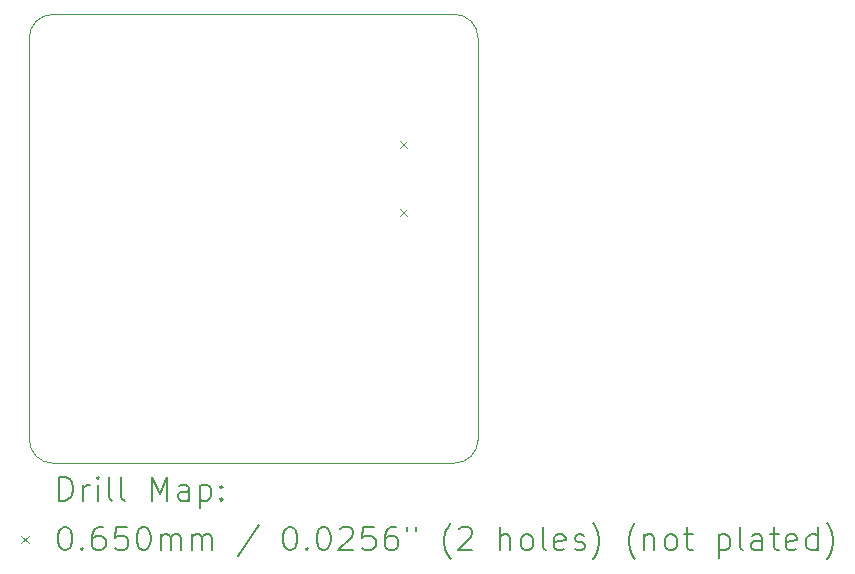
<source format=gbr>
%TF.GenerationSoftware,KiCad,Pcbnew,7.0.10*%
%TF.CreationDate,2024-02-28T00:57:32-06:00*%
%TF.ProjectId,sensingBoard,73656e73-696e-4674-926f-6172642e6b69,rev?*%
%TF.SameCoordinates,Original*%
%TF.FileFunction,Drillmap*%
%TF.FilePolarity,Positive*%
%FSLAX45Y45*%
G04 Gerber Fmt 4.5, Leading zero omitted, Abs format (unit mm)*
G04 Created by KiCad (PCBNEW 7.0.10) date 2024-02-28 00:57:32*
%MOMM*%
%LPD*%
G01*
G04 APERTURE LIST*
%ADD10C,0.100000*%
%ADD11C,0.200000*%
G04 APERTURE END LIST*
D10*
X8800000Y-5200000D02*
X8800000Y-8600000D01*
X8800000Y-5200000D02*
G75*
G03*
X8600000Y-5000000I-200000J0D01*
G01*
X5000000Y-8600000D02*
G75*
G03*
X5200000Y-8800000I200000J0D01*
G01*
X8600000Y-8800000D02*
G75*
G03*
X8800000Y-8600000I0J200000D01*
G01*
X5200000Y-5000000D02*
G75*
G03*
X5000000Y-5200000I0J-200000D01*
G01*
X5200000Y-5000000D02*
X8600000Y-5000000D01*
X5000000Y-8600000D02*
X5000000Y-5200000D01*
X8600000Y-8800000D02*
X5200000Y-8800000D01*
D11*
D10*
X8137000Y-6068500D02*
X8202000Y-6133500D01*
X8202000Y-6068500D02*
X8137000Y-6133500D01*
X8137000Y-6646500D02*
X8202000Y-6711500D01*
X8202000Y-6646500D02*
X8137000Y-6711500D01*
D11*
X5255777Y-9116484D02*
X5255777Y-8916484D01*
X5255777Y-8916484D02*
X5303396Y-8916484D01*
X5303396Y-8916484D02*
X5331967Y-8926008D01*
X5331967Y-8926008D02*
X5351015Y-8945055D01*
X5351015Y-8945055D02*
X5360539Y-8964103D01*
X5360539Y-8964103D02*
X5370063Y-9002198D01*
X5370063Y-9002198D02*
X5370063Y-9030770D01*
X5370063Y-9030770D02*
X5360539Y-9068865D01*
X5360539Y-9068865D02*
X5351015Y-9087912D01*
X5351015Y-9087912D02*
X5331967Y-9106960D01*
X5331967Y-9106960D02*
X5303396Y-9116484D01*
X5303396Y-9116484D02*
X5255777Y-9116484D01*
X5455777Y-9116484D02*
X5455777Y-8983150D01*
X5455777Y-9021246D02*
X5465301Y-9002198D01*
X5465301Y-9002198D02*
X5474824Y-8992674D01*
X5474824Y-8992674D02*
X5493872Y-8983150D01*
X5493872Y-8983150D02*
X5512920Y-8983150D01*
X5579586Y-9116484D02*
X5579586Y-8983150D01*
X5579586Y-8916484D02*
X5570063Y-8926008D01*
X5570063Y-8926008D02*
X5579586Y-8935531D01*
X5579586Y-8935531D02*
X5589110Y-8926008D01*
X5589110Y-8926008D02*
X5579586Y-8916484D01*
X5579586Y-8916484D02*
X5579586Y-8935531D01*
X5703396Y-9116484D02*
X5684348Y-9106960D01*
X5684348Y-9106960D02*
X5674824Y-9087912D01*
X5674824Y-9087912D02*
X5674824Y-8916484D01*
X5808158Y-9116484D02*
X5789110Y-9106960D01*
X5789110Y-9106960D02*
X5779586Y-9087912D01*
X5779586Y-9087912D02*
X5779586Y-8916484D01*
X6036729Y-9116484D02*
X6036729Y-8916484D01*
X6036729Y-8916484D02*
X6103396Y-9059341D01*
X6103396Y-9059341D02*
X6170062Y-8916484D01*
X6170062Y-8916484D02*
X6170062Y-9116484D01*
X6351015Y-9116484D02*
X6351015Y-9011722D01*
X6351015Y-9011722D02*
X6341491Y-8992674D01*
X6341491Y-8992674D02*
X6322443Y-8983150D01*
X6322443Y-8983150D02*
X6284348Y-8983150D01*
X6284348Y-8983150D02*
X6265301Y-8992674D01*
X6351015Y-9106960D02*
X6331967Y-9116484D01*
X6331967Y-9116484D02*
X6284348Y-9116484D01*
X6284348Y-9116484D02*
X6265301Y-9106960D01*
X6265301Y-9106960D02*
X6255777Y-9087912D01*
X6255777Y-9087912D02*
X6255777Y-9068865D01*
X6255777Y-9068865D02*
X6265301Y-9049817D01*
X6265301Y-9049817D02*
X6284348Y-9040293D01*
X6284348Y-9040293D02*
X6331967Y-9040293D01*
X6331967Y-9040293D02*
X6351015Y-9030770D01*
X6446253Y-8983150D02*
X6446253Y-9183150D01*
X6446253Y-8992674D02*
X6465301Y-8983150D01*
X6465301Y-8983150D02*
X6503396Y-8983150D01*
X6503396Y-8983150D02*
X6522443Y-8992674D01*
X6522443Y-8992674D02*
X6531967Y-9002198D01*
X6531967Y-9002198D02*
X6541491Y-9021246D01*
X6541491Y-9021246D02*
X6541491Y-9078389D01*
X6541491Y-9078389D02*
X6531967Y-9097436D01*
X6531967Y-9097436D02*
X6522443Y-9106960D01*
X6522443Y-9106960D02*
X6503396Y-9116484D01*
X6503396Y-9116484D02*
X6465301Y-9116484D01*
X6465301Y-9116484D02*
X6446253Y-9106960D01*
X6627205Y-9097436D02*
X6636729Y-9106960D01*
X6636729Y-9106960D02*
X6627205Y-9116484D01*
X6627205Y-9116484D02*
X6617682Y-9106960D01*
X6617682Y-9106960D02*
X6627205Y-9097436D01*
X6627205Y-9097436D02*
X6627205Y-9116484D01*
X6627205Y-8992674D02*
X6636729Y-9002198D01*
X6636729Y-9002198D02*
X6627205Y-9011722D01*
X6627205Y-9011722D02*
X6617682Y-9002198D01*
X6617682Y-9002198D02*
X6627205Y-8992674D01*
X6627205Y-8992674D02*
X6627205Y-9011722D01*
D10*
X4930000Y-9412500D02*
X4995000Y-9477500D01*
X4995000Y-9412500D02*
X4930000Y-9477500D01*
D11*
X5293872Y-9336484D02*
X5312920Y-9336484D01*
X5312920Y-9336484D02*
X5331967Y-9346008D01*
X5331967Y-9346008D02*
X5341491Y-9355531D01*
X5341491Y-9355531D02*
X5351015Y-9374579D01*
X5351015Y-9374579D02*
X5360539Y-9412674D01*
X5360539Y-9412674D02*
X5360539Y-9460293D01*
X5360539Y-9460293D02*
X5351015Y-9498389D01*
X5351015Y-9498389D02*
X5341491Y-9517436D01*
X5341491Y-9517436D02*
X5331967Y-9526960D01*
X5331967Y-9526960D02*
X5312920Y-9536484D01*
X5312920Y-9536484D02*
X5293872Y-9536484D01*
X5293872Y-9536484D02*
X5274824Y-9526960D01*
X5274824Y-9526960D02*
X5265301Y-9517436D01*
X5265301Y-9517436D02*
X5255777Y-9498389D01*
X5255777Y-9498389D02*
X5246253Y-9460293D01*
X5246253Y-9460293D02*
X5246253Y-9412674D01*
X5246253Y-9412674D02*
X5255777Y-9374579D01*
X5255777Y-9374579D02*
X5265301Y-9355531D01*
X5265301Y-9355531D02*
X5274824Y-9346008D01*
X5274824Y-9346008D02*
X5293872Y-9336484D01*
X5446253Y-9517436D02*
X5455777Y-9526960D01*
X5455777Y-9526960D02*
X5446253Y-9536484D01*
X5446253Y-9536484D02*
X5436729Y-9526960D01*
X5436729Y-9526960D02*
X5446253Y-9517436D01*
X5446253Y-9517436D02*
X5446253Y-9536484D01*
X5627205Y-9336484D02*
X5589110Y-9336484D01*
X5589110Y-9336484D02*
X5570063Y-9346008D01*
X5570063Y-9346008D02*
X5560539Y-9355531D01*
X5560539Y-9355531D02*
X5541491Y-9384103D01*
X5541491Y-9384103D02*
X5531967Y-9422198D01*
X5531967Y-9422198D02*
X5531967Y-9498389D01*
X5531967Y-9498389D02*
X5541491Y-9517436D01*
X5541491Y-9517436D02*
X5551015Y-9526960D01*
X5551015Y-9526960D02*
X5570063Y-9536484D01*
X5570063Y-9536484D02*
X5608158Y-9536484D01*
X5608158Y-9536484D02*
X5627205Y-9526960D01*
X5627205Y-9526960D02*
X5636729Y-9517436D01*
X5636729Y-9517436D02*
X5646253Y-9498389D01*
X5646253Y-9498389D02*
X5646253Y-9450770D01*
X5646253Y-9450770D02*
X5636729Y-9431722D01*
X5636729Y-9431722D02*
X5627205Y-9422198D01*
X5627205Y-9422198D02*
X5608158Y-9412674D01*
X5608158Y-9412674D02*
X5570063Y-9412674D01*
X5570063Y-9412674D02*
X5551015Y-9422198D01*
X5551015Y-9422198D02*
X5541491Y-9431722D01*
X5541491Y-9431722D02*
X5531967Y-9450770D01*
X5827205Y-9336484D02*
X5731967Y-9336484D01*
X5731967Y-9336484D02*
X5722443Y-9431722D01*
X5722443Y-9431722D02*
X5731967Y-9422198D01*
X5731967Y-9422198D02*
X5751015Y-9412674D01*
X5751015Y-9412674D02*
X5798634Y-9412674D01*
X5798634Y-9412674D02*
X5817682Y-9422198D01*
X5817682Y-9422198D02*
X5827205Y-9431722D01*
X5827205Y-9431722D02*
X5836729Y-9450770D01*
X5836729Y-9450770D02*
X5836729Y-9498389D01*
X5836729Y-9498389D02*
X5827205Y-9517436D01*
X5827205Y-9517436D02*
X5817682Y-9526960D01*
X5817682Y-9526960D02*
X5798634Y-9536484D01*
X5798634Y-9536484D02*
X5751015Y-9536484D01*
X5751015Y-9536484D02*
X5731967Y-9526960D01*
X5731967Y-9526960D02*
X5722443Y-9517436D01*
X5960539Y-9336484D02*
X5979586Y-9336484D01*
X5979586Y-9336484D02*
X5998634Y-9346008D01*
X5998634Y-9346008D02*
X6008158Y-9355531D01*
X6008158Y-9355531D02*
X6017682Y-9374579D01*
X6017682Y-9374579D02*
X6027205Y-9412674D01*
X6027205Y-9412674D02*
X6027205Y-9460293D01*
X6027205Y-9460293D02*
X6017682Y-9498389D01*
X6017682Y-9498389D02*
X6008158Y-9517436D01*
X6008158Y-9517436D02*
X5998634Y-9526960D01*
X5998634Y-9526960D02*
X5979586Y-9536484D01*
X5979586Y-9536484D02*
X5960539Y-9536484D01*
X5960539Y-9536484D02*
X5941491Y-9526960D01*
X5941491Y-9526960D02*
X5931967Y-9517436D01*
X5931967Y-9517436D02*
X5922443Y-9498389D01*
X5922443Y-9498389D02*
X5912920Y-9460293D01*
X5912920Y-9460293D02*
X5912920Y-9412674D01*
X5912920Y-9412674D02*
X5922443Y-9374579D01*
X5922443Y-9374579D02*
X5931967Y-9355531D01*
X5931967Y-9355531D02*
X5941491Y-9346008D01*
X5941491Y-9346008D02*
X5960539Y-9336484D01*
X6112920Y-9536484D02*
X6112920Y-9403150D01*
X6112920Y-9422198D02*
X6122443Y-9412674D01*
X6122443Y-9412674D02*
X6141491Y-9403150D01*
X6141491Y-9403150D02*
X6170063Y-9403150D01*
X6170063Y-9403150D02*
X6189110Y-9412674D01*
X6189110Y-9412674D02*
X6198634Y-9431722D01*
X6198634Y-9431722D02*
X6198634Y-9536484D01*
X6198634Y-9431722D02*
X6208158Y-9412674D01*
X6208158Y-9412674D02*
X6227205Y-9403150D01*
X6227205Y-9403150D02*
X6255777Y-9403150D01*
X6255777Y-9403150D02*
X6274824Y-9412674D01*
X6274824Y-9412674D02*
X6284348Y-9431722D01*
X6284348Y-9431722D02*
X6284348Y-9536484D01*
X6379586Y-9536484D02*
X6379586Y-9403150D01*
X6379586Y-9422198D02*
X6389110Y-9412674D01*
X6389110Y-9412674D02*
X6408158Y-9403150D01*
X6408158Y-9403150D02*
X6436729Y-9403150D01*
X6436729Y-9403150D02*
X6455777Y-9412674D01*
X6455777Y-9412674D02*
X6465301Y-9431722D01*
X6465301Y-9431722D02*
X6465301Y-9536484D01*
X6465301Y-9431722D02*
X6474824Y-9412674D01*
X6474824Y-9412674D02*
X6493872Y-9403150D01*
X6493872Y-9403150D02*
X6522443Y-9403150D01*
X6522443Y-9403150D02*
X6541491Y-9412674D01*
X6541491Y-9412674D02*
X6551015Y-9431722D01*
X6551015Y-9431722D02*
X6551015Y-9536484D01*
X6941491Y-9326960D02*
X6770063Y-9584103D01*
X7198634Y-9336484D02*
X7217682Y-9336484D01*
X7217682Y-9336484D02*
X7236729Y-9346008D01*
X7236729Y-9346008D02*
X7246253Y-9355531D01*
X7246253Y-9355531D02*
X7255777Y-9374579D01*
X7255777Y-9374579D02*
X7265301Y-9412674D01*
X7265301Y-9412674D02*
X7265301Y-9460293D01*
X7265301Y-9460293D02*
X7255777Y-9498389D01*
X7255777Y-9498389D02*
X7246253Y-9517436D01*
X7246253Y-9517436D02*
X7236729Y-9526960D01*
X7236729Y-9526960D02*
X7217682Y-9536484D01*
X7217682Y-9536484D02*
X7198634Y-9536484D01*
X7198634Y-9536484D02*
X7179586Y-9526960D01*
X7179586Y-9526960D02*
X7170063Y-9517436D01*
X7170063Y-9517436D02*
X7160539Y-9498389D01*
X7160539Y-9498389D02*
X7151015Y-9460293D01*
X7151015Y-9460293D02*
X7151015Y-9412674D01*
X7151015Y-9412674D02*
X7160539Y-9374579D01*
X7160539Y-9374579D02*
X7170063Y-9355531D01*
X7170063Y-9355531D02*
X7179586Y-9346008D01*
X7179586Y-9346008D02*
X7198634Y-9336484D01*
X7351015Y-9517436D02*
X7360539Y-9526960D01*
X7360539Y-9526960D02*
X7351015Y-9536484D01*
X7351015Y-9536484D02*
X7341491Y-9526960D01*
X7341491Y-9526960D02*
X7351015Y-9517436D01*
X7351015Y-9517436D02*
X7351015Y-9536484D01*
X7484348Y-9336484D02*
X7503396Y-9336484D01*
X7503396Y-9336484D02*
X7522444Y-9346008D01*
X7522444Y-9346008D02*
X7531967Y-9355531D01*
X7531967Y-9355531D02*
X7541491Y-9374579D01*
X7541491Y-9374579D02*
X7551015Y-9412674D01*
X7551015Y-9412674D02*
X7551015Y-9460293D01*
X7551015Y-9460293D02*
X7541491Y-9498389D01*
X7541491Y-9498389D02*
X7531967Y-9517436D01*
X7531967Y-9517436D02*
X7522444Y-9526960D01*
X7522444Y-9526960D02*
X7503396Y-9536484D01*
X7503396Y-9536484D02*
X7484348Y-9536484D01*
X7484348Y-9536484D02*
X7465301Y-9526960D01*
X7465301Y-9526960D02*
X7455777Y-9517436D01*
X7455777Y-9517436D02*
X7446253Y-9498389D01*
X7446253Y-9498389D02*
X7436729Y-9460293D01*
X7436729Y-9460293D02*
X7436729Y-9412674D01*
X7436729Y-9412674D02*
X7446253Y-9374579D01*
X7446253Y-9374579D02*
X7455777Y-9355531D01*
X7455777Y-9355531D02*
X7465301Y-9346008D01*
X7465301Y-9346008D02*
X7484348Y-9336484D01*
X7627206Y-9355531D02*
X7636729Y-9346008D01*
X7636729Y-9346008D02*
X7655777Y-9336484D01*
X7655777Y-9336484D02*
X7703396Y-9336484D01*
X7703396Y-9336484D02*
X7722444Y-9346008D01*
X7722444Y-9346008D02*
X7731967Y-9355531D01*
X7731967Y-9355531D02*
X7741491Y-9374579D01*
X7741491Y-9374579D02*
X7741491Y-9393627D01*
X7741491Y-9393627D02*
X7731967Y-9422198D01*
X7731967Y-9422198D02*
X7617682Y-9536484D01*
X7617682Y-9536484D02*
X7741491Y-9536484D01*
X7922444Y-9336484D02*
X7827206Y-9336484D01*
X7827206Y-9336484D02*
X7817682Y-9431722D01*
X7817682Y-9431722D02*
X7827206Y-9422198D01*
X7827206Y-9422198D02*
X7846253Y-9412674D01*
X7846253Y-9412674D02*
X7893872Y-9412674D01*
X7893872Y-9412674D02*
X7912920Y-9422198D01*
X7912920Y-9422198D02*
X7922444Y-9431722D01*
X7922444Y-9431722D02*
X7931967Y-9450770D01*
X7931967Y-9450770D02*
X7931967Y-9498389D01*
X7931967Y-9498389D02*
X7922444Y-9517436D01*
X7922444Y-9517436D02*
X7912920Y-9526960D01*
X7912920Y-9526960D02*
X7893872Y-9536484D01*
X7893872Y-9536484D02*
X7846253Y-9536484D01*
X7846253Y-9536484D02*
X7827206Y-9526960D01*
X7827206Y-9526960D02*
X7817682Y-9517436D01*
X8103396Y-9336484D02*
X8065301Y-9336484D01*
X8065301Y-9336484D02*
X8046253Y-9346008D01*
X8046253Y-9346008D02*
X8036729Y-9355531D01*
X8036729Y-9355531D02*
X8017682Y-9384103D01*
X8017682Y-9384103D02*
X8008158Y-9422198D01*
X8008158Y-9422198D02*
X8008158Y-9498389D01*
X8008158Y-9498389D02*
X8017682Y-9517436D01*
X8017682Y-9517436D02*
X8027206Y-9526960D01*
X8027206Y-9526960D02*
X8046253Y-9536484D01*
X8046253Y-9536484D02*
X8084348Y-9536484D01*
X8084348Y-9536484D02*
X8103396Y-9526960D01*
X8103396Y-9526960D02*
X8112920Y-9517436D01*
X8112920Y-9517436D02*
X8122444Y-9498389D01*
X8122444Y-9498389D02*
X8122444Y-9450770D01*
X8122444Y-9450770D02*
X8112920Y-9431722D01*
X8112920Y-9431722D02*
X8103396Y-9422198D01*
X8103396Y-9422198D02*
X8084348Y-9412674D01*
X8084348Y-9412674D02*
X8046253Y-9412674D01*
X8046253Y-9412674D02*
X8027206Y-9422198D01*
X8027206Y-9422198D02*
X8017682Y-9431722D01*
X8017682Y-9431722D02*
X8008158Y-9450770D01*
X8198634Y-9336484D02*
X8198634Y-9374579D01*
X8274825Y-9336484D02*
X8274825Y-9374579D01*
X8570063Y-9612674D02*
X8560539Y-9603150D01*
X8560539Y-9603150D02*
X8541491Y-9574579D01*
X8541491Y-9574579D02*
X8531968Y-9555531D01*
X8531968Y-9555531D02*
X8522444Y-9526960D01*
X8522444Y-9526960D02*
X8512920Y-9479341D01*
X8512920Y-9479341D02*
X8512920Y-9441246D01*
X8512920Y-9441246D02*
X8522444Y-9393627D01*
X8522444Y-9393627D02*
X8531968Y-9365055D01*
X8531968Y-9365055D02*
X8541491Y-9346008D01*
X8541491Y-9346008D02*
X8560539Y-9317436D01*
X8560539Y-9317436D02*
X8570063Y-9307912D01*
X8636730Y-9355531D02*
X8646253Y-9346008D01*
X8646253Y-9346008D02*
X8665301Y-9336484D01*
X8665301Y-9336484D02*
X8712920Y-9336484D01*
X8712920Y-9336484D02*
X8731968Y-9346008D01*
X8731968Y-9346008D02*
X8741491Y-9355531D01*
X8741491Y-9355531D02*
X8751015Y-9374579D01*
X8751015Y-9374579D02*
X8751015Y-9393627D01*
X8751015Y-9393627D02*
X8741491Y-9422198D01*
X8741491Y-9422198D02*
X8627206Y-9536484D01*
X8627206Y-9536484D02*
X8751015Y-9536484D01*
X8989111Y-9536484D02*
X8989111Y-9336484D01*
X9074825Y-9536484D02*
X9074825Y-9431722D01*
X9074825Y-9431722D02*
X9065301Y-9412674D01*
X9065301Y-9412674D02*
X9046253Y-9403150D01*
X9046253Y-9403150D02*
X9017682Y-9403150D01*
X9017682Y-9403150D02*
X8998634Y-9412674D01*
X8998634Y-9412674D02*
X8989111Y-9422198D01*
X9198634Y-9536484D02*
X9179587Y-9526960D01*
X9179587Y-9526960D02*
X9170063Y-9517436D01*
X9170063Y-9517436D02*
X9160539Y-9498389D01*
X9160539Y-9498389D02*
X9160539Y-9441246D01*
X9160539Y-9441246D02*
X9170063Y-9422198D01*
X9170063Y-9422198D02*
X9179587Y-9412674D01*
X9179587Y-9412674D02*
X9198634Y-9403150D01*
X9198634Y-9403150D02*
X9227206Y-9403150D01*
X9227206Y-9403150D02*
X9246253Y-9412674D01*
X9246253Y-9412674D02*
X9255777Y-9422198D01*
X9255777Y-9422198D02*
X9265301Y-9441246D01*
X9265301Y-9441246D02*
X9265301Y-9498389D01*
X9265301Y-9498389D02*
X9255777Y-9517436D01*
X9255777Y-9517436D02*
X9246253Y-9526960D01*
X9246253Y-9526960D02*
X9227206Y-9536484D01*
X9227206Y-9536484D02*
X9198634Y-9536484D01*
X9379587Y-9536484D02*
X9360539Y-9526960D01*
X9360539Y-9526960D02*
X9351015Y-9507912D01*
X9351015Y-9507912D02*
X9351015Y-9336484D01*
X9531968Y-9526960D02*
X9512920Y-9536484D01*
X9512920Y-9536484D02*
X9474825Y-9536484D01*
X9474825Y-9536484D02*
X9455777Y-9526960D01*
X9455777Y-9526960D02*
X9446253Y-9507912D01*
X9446253Y-9507912D02*
X9446253Y-9431722D01*
X9446253Y-9431722D02*
X9455777Y-9412674D01*
X9455777Y-9412674D02*
X9474825Y-9403150D01*
X9474825Y-9403150D02*
X9512920Y-9403150D01*
X9512920Y-9403150D02*
X9531968Y-9412674D01*
X9531968Y-9412674D02*
X9541492Y-9431722D01*
X9541492Y-9431722D02*
X9541492Y-9450770D01*
X9541492Y-9450770D02*
X9446253Y-9469817D01*
X9617682Y-9526960D02*
X9636730Y-9536484D01*
X9636730Y-9536484D02*
X9674825Y-9536484D01*
X9674825Y-9536484D02*
X9693873Y-9526960D01*
X9693873Y-9526960D02*
X9703396Y-9507912D01*
X9703396Y-9507912D02*
X9703396Y-9498389D01*
X9703396Y-9498389D02*
X9693873Y-9479341D01*
X9693873Y-9479341D02*
X9674825Y-9469817D01*
X9674825Y-9469817D02*
X9646253Y-9469817D01*
X9646253Y-9469817D02*
X9627206Y-9460293D01*
X9627206Y-9460293D02*
X9617682Y-9441246D01*
X9617682Y-9441246D02*
X9617682Y-9431722D01*
X9617682Y-9431722D02*
X9627206Y-9412674D01*
X9627206Y-9412674D02*
X9646253Y-9403150D01*
X9646253Y-9403150D02*
X9674825Y-9403150D01*
X9674825Y-9403150D02*
X9693873Y-9412674D01*
X9770063Y-9612674D02*
X9779587Y-9603150D01*
X9779587Y-9603150D02*
X9798634Y-9574579D01*
X9798634Y-9574579D02*
X9808158Y-9555531D01*
X9808158Y-9555531D02*
X9817682Y-9526960D01*
X9817682Y-9526960D02*
X9827206Y-9479341D01*
X9827206Y-9479341D02*
X9827206Y-9441246D01*
X9827206Y-9441246D02*
X9817682Y-9393627D01*
X9817682Y-9393627D02*
X9808158Y-9365055D01*
X9808158Y-9365055D02*
X9798634Y-9346008D01*
X9798634Y-9346008D02*
X9779587Y-9317436D01*
X9779587Y-9317436D02*
X9770063Y-9307912D01*
X10131968Y-9612674D02*
X10122444Y-9603150D01*
X10122444Y-9603150D02*
X10103396Y-9574579D01*
X10103396Y-9574579D02*
X10093873Y-9555531D01*
X10093873Y-9555531D02*
X10084349Y-9526960D01*
X10084349Y-9526960D02*
X10074825Y-9479341D01*
X10074825Y-9479341D02*
X10074825Y-9441246D01*
X10074825Y-9441246D02*
X10084349Y-9393627D01*
X10084349Y-9393627D02*
X10093873Y-9365055D01*
X10093873Y-9365055D02*
X10103396Y-9346008D01*
X10103396Y-9346008D02*
X10122444Y-9317436D01*
X10122444Y-9317436D02*
X10131968Y-9307912D01*
X10208158Y-9403150D02*
X10208158Y-9536484D01*
X10208158Y-9422198D02*
X10217682Y-9412674D01*
X10217682Y-9412674D02*
X10236730Y-9403150D01*
X10236730Y-9403150D02*
X10265301Y-9403150D01*
X10265301Y-9403150D02*
X10284349Y-9412674D01*
X10284349Y-9412674D02*
X10293873Y-9431722D01*
X10293873Y-9431722D02*
X10293873Y-9536484D01*
X10417682Y-9536484D02*
X10398634Y-9526960D01*
X10398634Y-9526960D02*
X10389111Y-9517436D01*
X10389111Y-9517436D02*
X10379587Y-9498389D01*
X10379587Y-9498389D02*
X10379587Y-9441246D01*
X10379587Y-9441246D02*
X10389111Y-9422198D01*
X10389111Y-9422198D02*
X10398634Y-9412674D01*
X10398634Y-9412674D02*
X10417682Y-9403150D01*
X10417682Y-9403150D02*
X10446254Y-9403150D01*
X10446254Y-9403150D02*
X10465301Y-9412674D01*
X10465301Y-9412674D02*
X10474825Y-9422198D01*
X10474825Y-9422198D02*
X10484349Y-9441246D01*
X10484349Y-9441246D02*
X10484349Y-9498389D01*
X10484349Y-9498389D02*
X10474825Y-9517436D01*
X10474825Y-9517436D02*
X10465301Y-9526960D01*
X10465301Y-9526960D02*
X10446254Y-9536484D01*
X10446254Y-9536484D02*
X10417682Y-9536484D01*
X10541492Y-9403150D02*
X10617682Y-9403150D01*
X10570063Y-9336484D02*
X10570063Y-9507912D01*
X10570063Y-9507912D02*
X10579587Y-9526960D01*
X10579587Y-9526960D02*
X10598634Y-9536484D01*
X10598634Y-9536484D02*
X10617682Y-9536484D01*
X10836730Y-9403150D02*
X10836730Y-9603150D01*
X10836730Y-9412674D02*
X10855777Y-9403150D01*
X10855777Y-9403150D02*
X10893873Y-9403150D01*
X10893873Y-9403150D02*
X10912920Y-9412674D01*
X10912920Y-9412674D02*
X10922444Y-9422198D01*
X10922444Y-9422198D02*
X10931968Y-9441246D01*
X10931968Y-9441246D02*
X10931968Y-9498389D01*
X10931968Y-9498389D02*
X10922444Y-9517436D01*
X10922444Y-9517436D02*
X10912920Y-9526960D01*
X10912920Y-9526960D02*
X10893873Y-9536484D01*
X10893873Y-9536484D02*
X10855777Y-9536484D01*
X10855777Y-9536484D02*
X10836730Y-9526960D01*
X11046254Y-9536484D02*
X11027206Y-9526960D01*
X11027206Y-9526960D02*
X11017682Y-9507912D01*
X11017682Y-9507912D02*
X11017682Y-9336484D01*
X11208158Y-9536484D02*
X11208158Y-9431722D01*
X11208158Y-9431722D02*
X11198634Y-9412674D01*
X11198634Y-9412674D02*
X11179587Y-9403150D01*
X11179587Y-9403150D02*
X11141492Y-9403150D01*
X11141492Y-9403150D02*
X11122444Y-9412674D01*
X11208158Y-9526960D02*
X11189111Y-9536484D01*
X11189111Y-9536484D02*
X11141492Y-9536484D01*
X11141492Y-9536484D02*
X11122444Y-9526960D01*
X11122444Y-9526960D02*
X11112920Y-9507912D01*
X11112920Y-9507912D02*
X11112920Y-9488865D01*
X11112920Y-9488865D02*
X11122444Y-9469817D01*
X11122444Y-9469817D02*
X11141492Y-9460293D01*
X11141492Y-9460293D02*
X11189111Y-9460293D01*
X11189111Y-9460293D02*
X11208158Y-9450770D01*
X11274825Y-9403150D02*
X11351015Y-9403150D01*
X11303396Y-9336484D02*
X11303396Y-9507912D01*
X11303396Y-9507912D02*
X11312920Y-9526960D01*
X11312920Y-9526960D02*
X11331968Y-9536484D01*
X11331968Y-9536484D02*
X11351015Y-9536484D01*
X11493873Y-9526960D02*
X11474825Y-9536484D01*
X11474825Y-9536484D02*
X11436730Y-9536484D01*
X11436730Y-9536484D02*
X11417682Y-9526960D01*
X11417682Y-9526960D02*
X11408158Y-9507912D01*
X11408158Y-9507912D02*
X11408158Y-9431722D01*
X11408158Y-9431722D02*
X11417682Y-9412674D01*
X11417682Y-9412674D02*
X11436730Y-9403150D01*
X11436730Y-9403150D02*
X11474825Y-9403150D01*
X11474825Y-9403150D02*
X11493873Y-9412674D01*
X11493873Y-9412674D02*
X11503396Y-9431722D01*
X11503396Y-9431722D02*
X11503396Y-9450770D01*
X11503396Y-9450770D02*
X11408158Y-9469817D01*
X11674825Y-9536484D02*
X11674825Y-9336484D01*
X11674825Y-9526960D02*
X11655777Y-9536484D01*
X11655777Y-9536484D02*
X11617682Y-9536484D01*
X11617682Y-9536484D02*
X11598634Y-9526960D01*
X11598634Y-9526960D02*
X11589111Y-9517436D01*
X11589111Y-9517436D02*
X11579587Y-9498389D01*
X11579587Y-9498389D02*
X11579587Y-9441246D01*
X11579587Y-9441246D02*
X11589111Y-9422198D01*
X11589111Y-9422198D02*
X11598634Y-9412674D01*
X11598634Y-9412674D02*
X11617682Y-9403150D01*
X11617682Y-9403150D02*
X11655777Y-9403150D01*
X11655777Y-9403150D02*
X11674825Y-9412674D01*
X11751015Y-9612674D02*
X11760539Y-9603150D01*
X11760539Y-9603150D02*
X11779587Y-9574579D01*
X11779587Y-9574579D02*
X11789111Y-9555531D01*
X11789111Y-9555531D02*
X11798634Y-9526960D01*
X11798634Y-9526960D02*
X11808158Y-9479341D01*
X11808158Y-9479341D02*
X11808158Y-9441246D01*
X11808158Y-9441246D02*
X11798634Y-9393627D01*
X11798634Y-9393627D02*
X11789111Y-9365055D01*
X11789111Y-9365055D02*
X11779587Y-9346008D01*
X11779587Y-9346008D02*
X11760539Y-9317436D01*
X11760539Y-9317436D02*
X11751015Y-9307912D01*
M02*

</source>
